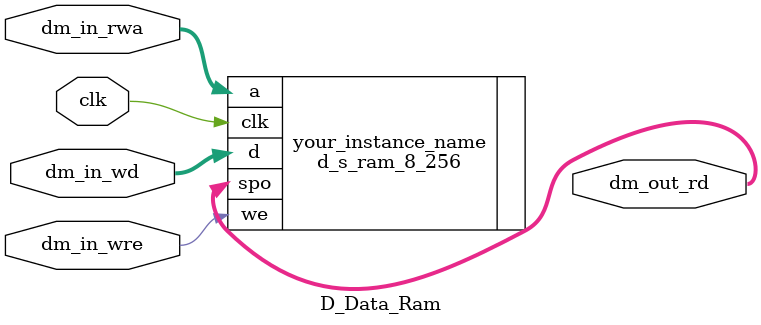
<source format=v>
`timescale 1ns / 1ps


module D_Data_Ram(
input clk,

input dm_in_wre, //ÔÚÇ°ÃæÓÃ1ÓÐÐ§£¬ºóµÄ0ÓÐÐ§
input wire [9:0] dm_in_rwa,
input wire [31:0] dm_in_wd,

output wire[31:0] dm_out_rd

    );
    d_s_ram_8_256 your_instance_name (
  .a(dm_in_rwa),      // input wire [9 : 0] a
  .d(dm_in_wd),      // input wire [31 : 0] d
  .clk(clk),  // input wire clk
  .we(dm_in_wre),    // input wire we
  .spo(dm_out_rd)  // output wire [31 : 0] spo
);
endmodule

</source>
